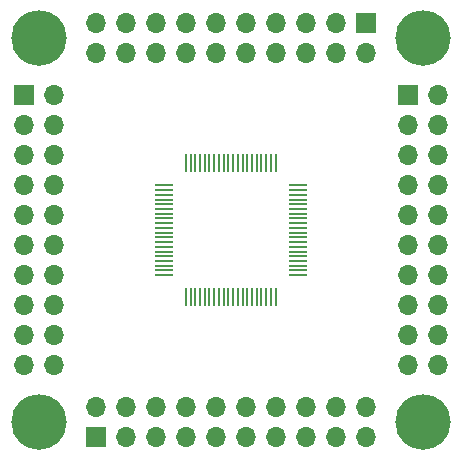
<source format=gts>
%TF.GenerationSoftware,KiCad,Pcbnew,6.0.0*%
%TF.CreationDate,2022-01-11T23:33:24+00:00*%
%TF.ProjectId,qfp-80-breakout,7166702d-3830-42d6-9272-65616b6f7574,rev?*%
%TF.SameCoordinates,Original*%
%TF.FileFunction,Soldermask,Top*%
%TF.FilePolarity,Negative*%
%FSLAX46Y46*%
G04 Gerber Fmt 4.6, Leading zero omitted, Abs format (unit mm)*
G04 Created by KiCad (PCBNEW 6.0.0) date 2022-01-11 23:33:24*
%MOMM*%
%LPD*%
G01*
G04 APERTURE LIST*
G04 Aperture macros list*
%AMRoundRect*
0 Rectangle with rounded corners*
0 $1 Rounding radius*
0 $2 $3 $4 $5 $6 $7 $8 $9 X,Y pos of 4 corners*
0 Add a 4 corners polygon primitive as box body*
4,1,4,$2,$3,$4,$5,$6,$7,$8,$9,$2,$3,0*
0 Add four circle primitives for the rounded corners*
1,1,$1+$1,$2,$3*
1,1,$1+$1,$4,$5*
1,1,$1+$1,$6,$7*
1,1,$1+$1,$8,$9*
0 Add four rect primitives between the rounded corners*
20,1,$1+$1,$2,$3,$4,$5,0*
20,1,$1+$1,$4,$5,$6,$7,0*
20,1,$1+$1,$6,$7,$8,$9,0*
20,1,$1+$1,$8,$9,$2,$3,0*%
G04 Aperture macros list end*
%ADD10O,1.700000X1.700000*%
%ADD11R,1.700000X1.700000*%
%ADD12C,4.700000*%
%ADD13RoundRect,0.062500X-0.062500X-0.675000X0.062500X-0.675000X0.062500X0.675000X-0.062500X0.675000X0*%
%ADD14RoundRect,0.062500X-0.675000X-0.062500X0.675000X-0.062500X0.675000X0.062500X-0.675000X0.062500X0*%
G04 APERTURE END LIST*
D10*
%TO.C,REF\u002A\u002A*%
X171196000Y-121920000D03*
X168656000Y-121920000D03*
X171196000Y-119380000D03*
X168656000Y-119380000D03*
X171196000Y-116840000D03*
X168656000Y-116840000D03*
X171196000Y-114300000D03*
X168656000Y-114300000D03*
X171196000Y-111760000D03*
X168656000Y-111760000D03*
X171196000Y-109220000D03*
X168656000Y-109220000D03*
X171196000Y-106680000D03*
X168656000Y-106680000D03*
X171196000Y-104140000D03*
X168656000Y-104140000D03*
X171196000Y-101600000D03*
X168656000Y-101600000D03*
X171196000Y-99060000D03*
D11*
X168656000Y-99060000D03*
%TD*%
D10*
%TO.C,REF\u002A\u002A*%
X197612000Y-125476000D03*
X197612000Y-128016000D03*
X195072000Y-125476000D03*
X195072000Y-128016000D03*
X192532000Y-125476000D03*
X192532000Y-128016000D03*
X189992000Y-125476000D03*
X189992000Y-128016000D03*
X187452000Y-125476000D03*
X187452000Y-128016000D03*
X184912000Y-125476000D03*
X184912000Y-128016000D03*
X182372000Y-125476000D03*
X182372000Y-128016000D03*
X179832000Y-125476000D03*
X179832000Y-128016000D03*
X177292000Y-125476000D03*
X177292000Y-128016000D03*
X174752000Y-125476000D03*
D11*
X174752000Y-128016000D03*
%TD*%
D10*
%TO.C,REF\u002A\u002A*%
X174752000Y-95504000D03*
X174752000Y-92964000D03*
X177292000Y-95504000D03*
X177292000Y-92964000D03*
X179832000Y-95504000D03*
X179832000Y-92964000D03*
X182372000Y-95504000D03*
X182372000Y-92964000D03*
X184912000Y-95504000D03*
X184912000Y-92964000D03*
X187452000Y-95504000D03*
X187452000Y-92964000D03*
X189992000Y-95504000D03*
X189992000Y-92964000D03*
X192532000Y-95504000D03*
X192532000Y-92964000D03*
X195072000Y-95504000D03*
X195072000Y-92964000D03*
X197612000Y-95504000D03*
D11*
X197612000Y-92964000D03*
%TD*%
D10*
%TO.C,REF\u002A\u002A*%
X203708000Y-121920000D03*
X201168000Y-121920000D03*
X203708000Y-119380000D03*
X201168000Y-119380000D03*
X203708000Y-116840000D03*
X201168000Y-116840000D03*
X203708000Y-114300000D03*
X201168000Y-114300000D03*
X203708000Y-111760000D03*
X201168000Y-111760000D03*
X203708000Y-109220000D03*
X201168000Y-109220000D03*
X203708000Y-106680000D03*
X201168000Y-106680000D03*
X203708000Y-104140000D03*
X201168000Y-104140000D03*
X203708000Y-101600000D03*
X201168000Y-101600000D03*
X203708000Y-99060000D03*
D11*
X201168000Y-99060000D03*
%TD*%
D12*
%TO.C,REF\u002A\u002A*%
X169926000Y-126746000D03*
%TD*%
%TO.C,REF\u002A\u002A*%
X202438000Y-126746000D03*
%TD*%
%TO.C,REF\u002A\u002A*%
X202438000Y-94234000D03*
%TD*%
%TO.C,REF\u002A\u002A*%
X169926000Y-94234000D03*
%TD*%
D13*
%TO.C,QFP-80*%
X182382000Y-104827500D03*
X182782000Y-104827500D03*
X183182000Y-104827500D03*
X183582000Y-104827500D03*
X183982000Y-104827500D03*
X184382000Y-104827500D03*
X184782000Y-104827500D03*
X185182000Y-104827500D03*
X185582000Y-104827500D03*
X185982000Y-104827500D03*
X186382000Y-104827500D03*
X186782000Y-104827500D03*
X187182000Y-104827500D03*
X187582000Y-104827500D03*
X187982000Y-104827500D03*
X188382000Y-104827500D03*
X188782000Y-104827500D03*
X189182000Y-104827500D03*
X189582000Y-104827500D03*
X189982000Y-104827500D03*
D14*
X191844500Y-106690000D03*
X191844500Y-107090000D03*
X191844500Y-107490000D03*
X191844500Y-107890000D03*
X191844500Y-108290000D03*
X191844500Y-108690000D03*
X191844500Y-109090000D03*
X191844500Y-109490000D03*
X191844500Y-109890000D03*
X191844500Y-110290000D03*
X191844500Y-110690000D03*
X191844500Y-111090000D03*
X191844500Y-111490000D03*
X191844500Y-111890000D03*
X191844500Y-112290000D03*
X191844500Y-112690000D03*
X191844500Y-113090000D03*
X191844500Y-113490000D03*
X191844500Y-113890000D03*
X191844500Y-114290000D03*
D13*
X189982000Y-116152500D03*
X189582000Y-116152500D03*
X189182000Y-116152500D03*
X188782000Y-116152500D03*
X188382000Y-116152500D03*
X187982000Y-116152500D03*
X187582000Y-116152500D03*
X187182000Y-116152500D03*
X186782000Y-116152500D03*
X186382000Y-116152500D03*
X185982000Y-116152500D03*
X185582000Y-116152500D03*
X185182000Y-116152500D03*
X184782000Y-116152500D03*
X184382000Y-116152500D03*
X183982000Y-116152500D03*
X183582000Y-116152500D03*
X183182000Y-116152500D03*
X182782000Y-116152500D03*
X182382000Y-116152500D03*
D14*
X180519500Y-114290000D03*
X180519500Y-113890000D03*
X180519500Y-113490000D03*
X180519500Y-113090000D03*
X180519500Y-112690000D03*
X180519500Y-112290000D03*
X180519500Y-111890000D03*
X180519500Y-111490000D03*
X180519500Y-111090000D03*
X180519500Y-110690000D03*
X180519500Y-110290000D03*
X180519500Y-109890000D03*
X180519500Y-109490000D03*
X180519500Y-109090000D03*
X180519500Y-108690000D03*
X180519500Y-108290000D03*
X180519500Y-107890000D03*
X180519500Y-107490000D03*
X180519500Y-107090000D03*
X180519500Y-106690000D03*
%TD*%
M02*

</source>
